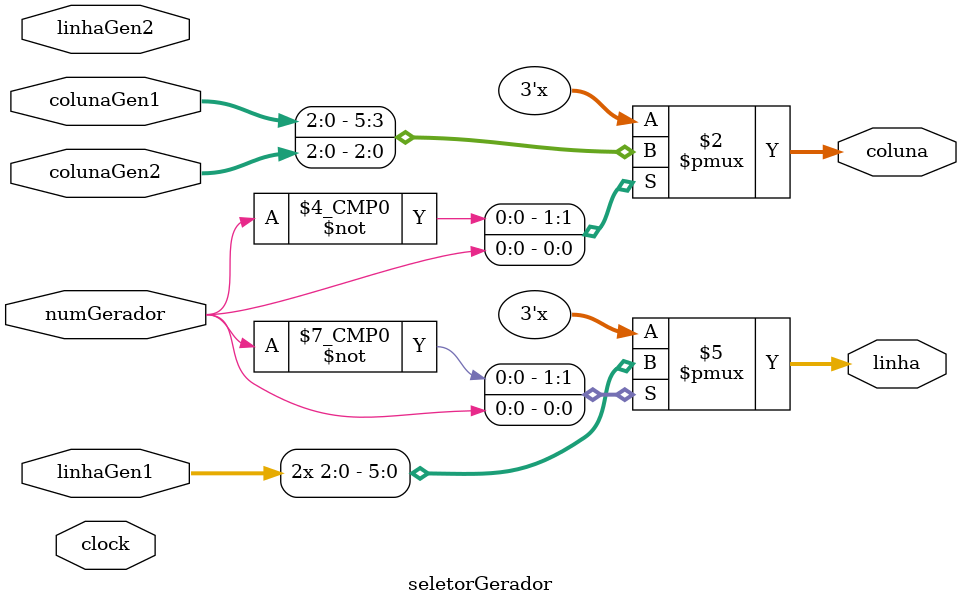
<source format=v>
module seletorGerador(
  input        clock,
  input        numGerador,
  input [2:0]  linhaGen1,
  input [2:0]  colunaGen1,
  input [2:0]  linhaGen2,
  input [2:0]  colunaGen2,
  output reg [2:0] coluna,
  output reg [2:0] linha
);
  always @* begin
    case(numGerador)
      1'b0: begin
        linha <= linhaGen1;
        coluna <= colunaGen1;
      end
      1'b1: begin
        linha <= linhaGen1; 
        coluna <= colunaGen2;
      end
      default: begin
        linha <= 3'b000;
        coluna <= 3'b000;
      end
    endcase
  end
endmodule
</source>
